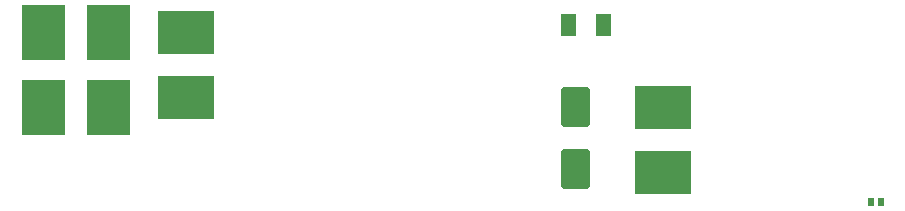
<source format=gbr>
G04 start of page 10 for group -4015 idx -4015 *
G04 Title: (unknown), toppaste *
G04 Creator: pcb 1.99z *
G04 CreationDate: Mon Nov 16 05:23:33 2015 UTC *
G04 For: commonadmin *
G04 Format: Gerber/RS-274X *
G04 PCB-Dimensions (mil): 3220.00 2260.00 *
G04 PCB-Coordinate-Origin: lower left *
%MOIN*%
%FSLAX25Y25*%
%LNTOPPASTE*%
%ADD108R,0.0512X0.0512*%
%ADD107C,0.0197*%
%ADD106R,0.0768X0.0768*%
%ADD105R,0.1450X0.1450*%
%ADD104R,0.0197X0.0197*%
G54D104*X289000Y88393D02*Y87607D01*
X292148Y88393D02*Y87607D01*
G54D105*X34800Y121500D02*Y117500D01*
X13000Y121500D02*Y117500D01*
X58500Y144500D02*X62500D01*
X58500Y122700D02*X62500D01*
X34800Y146500D02*Y142500D01*
X13000Y146500D02*Y142500D01*
G54D106*X190500Y121272D02*Y117728D01*
G54D107*X186661Y125110D02*X194339D01*
X186661Y113890D02*X194339D01*
Y125110D02*Y113890D01*
X186661Y125110D02*Y113890D01*
G54D106*X190500Y100799D02*Y97256D01*
G54D107*X186661Y104638D02*X194339D01*
X186661Y93417D02*X194339D01*
Y104638D02*Y93417D01*
X186661Y104638D02*Y93417D01*
G54D108*X188000Y148181D02*Y145819D01*
X199810Y148181D02*Y145819D01*
G54D105*X217500Y119500D02*X221500D01*
X217500Y97700D02*X221500D01*
M02*

</source>
